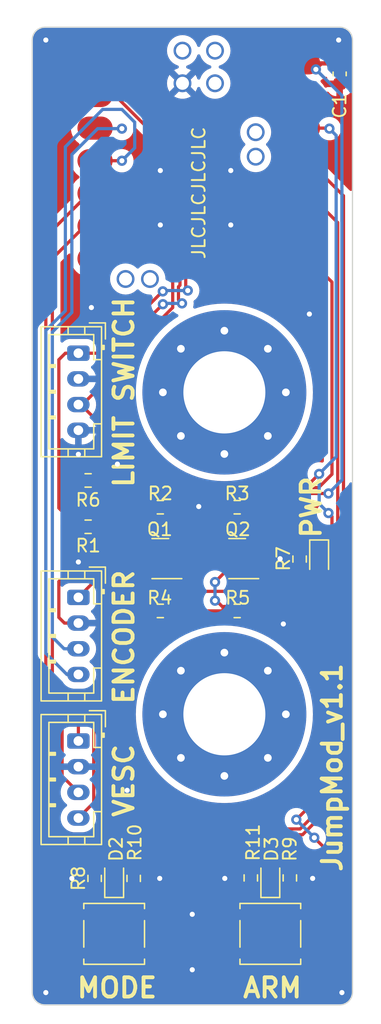
<source format=kicad_pcb>
(kicad_pcb (version 20221018) (generator pcbnew)
  (layers (0 "F.Cu" signal) (31 "B.Cu" signal) (34 "B.Paste" user) (35 "F.Paste" user) (36 "B.SilkS" user "B.Silkscreen") (37 "F.SilkS" user "F.Silkscreen") (38 "B.Mask" user) (39 "F.Mask" user) (44 "Edge.Cuts" user))
  (net 0 "")
  (net 1 "/5V")
  (net 2 "GND")
  (net 3 "/VESC_RX")
  (net 4 "/VESC_TX")
  (net 5 "/SW_BOT")
  (net 6 "/SW_TOP")
  (net 7 "/ENCODER_A")
  (net 8 "/ENCODER_B")
  (net 9 "/3V3")
  (net 10 "/XIAO_TX")
  (net 11 "/XIAO_RX")
  (net 12 "Net-(D1-K)")
  (net 13 "Net-(D2-K)")
  (net 14 "/LED1")
  (net 15 "Net-(D3-K)")
  (net 16 "/LED2")
  (net 17 "/BTTN1")
  (net 18 "/BTTN2")
  (footprint "Connector_JST:JST_PH_B4B-PH-K_1x04_P2.00mm_Vertical" (layer "F.Cu") (at 130.602 157.181 -90)
    (fp_text reference "J1" hide)
    (fp_text value "Conn_01x04_Female")
    (fp_line (start -2.36 -2.11) (end -2.36 -0.86) (stroke (width 0.12)) (layer "F.SilkS"))
    (fp_line (start -2.06 -1.81) (end -2.06 2.91) (stroke (width 0.12)) (layer "F.SilkS"))
    (fp_line (start -2.06 -0.5) (end -1.45 -0.5) (stroke (width 0.12)) (layer "F.SilkS"))
    (fp_line (start -2.06 0.8) (end -1.45 0.8) (stroke (width 0.12)) (layer "F.SilkS"))
    (fp_line (start -2.06 2.91) (end 8.06 2.91) (stroke (width 0.12)) (layer "F.SilkS"))
    (fp_line (start -1.45 -1.2) (end -1.45 2.3) (stroke (width 0.12)) (layer "F.SilkS"))
    (fp_line (start -1.45 2.3) (end 7.45 2.3) (stroke (width 0.12)) (layer "F.SilkS"))
    (fp_line (start -1.11 -2.11) (end -2.36 -2.11) (stroke (width 0.12)) (layer "F.SilkS"))
    (fp_line (start -0.6 -2.01) (end -0.6 -1.81) (stroke (width 0.12)) (layer "F.SilkS"))
    (fp_line (start -0.3 -2.01) (end -0.6 -2.01) (stroke (width 0.12)) (layer "F.SilkS"))
    (fp_line (start -0.3 -1.91) (end -0.6 -1.91) (stroke (width 0.12)) (layer "F.SilkS"))
    (fp_line (start -0.3 -1.81) (end -0.3 -2.01) (stroke (width 0.12)) (layer "F.SilkS"))
    (fp_line (start 0.5 -1.81) (end 0.5 -1.2) (stroke (width 0.12)) (layer "F.SilkS"))
    (fp_line (start 0.5 -1.2) (end -1.45 -1.2) (stroke (width 0.12)) (layer "F.SilkS"))
    (fp_line (start 0.9 1.8) (end 1.1 1.8) (stroke (width 0.12)) (layer "F.SilkS"))
    (fp_line (start 0.9 2.3) (end 0.9 1.8) (stroke (width 0.12)) (layer "F.SilkS"))
    (fp_line (start 1 2.3) (end 1 1.8) (stroke (width 0.12)) (layer "F.SilkS"))
    (fp_line (start 1.1 1.8) (end 1.1 2.3) (stroke (width 0.12)) (layer "F.SilkS"))
    (fp_line (start 2.9 1.8) (end 3.1 1.8) (stroke (width 0.12)) (layer "F.SilkS"))
    (fp_line (start 2.9 2.3) (end 2.9 1.8) (stroke (width 0.12)) (layer "F.SilkS"))
    (fp_line (start 3 2.3) (end 3 1.8) (stroke (width 0.12)) (layer "F.SilkS"))
    (fp_line (start 3.1 1.8) (end 3.1 2.3) (stroke (width 0.12)) (layer "F.SilkS"))
    (fp_line (start 4.9 1.8) (end 5.1 1.8) (stroke (width 0.12)) (layer "F.SilkS"))
    (fp_line (start 4.9 2.3) (end 4.9 1.8) (stroke (width 0.12)) (layer "F.SilkS"))
    (fp_line (start 5 2.3) (end 5 1.8) (stroke (width 0.12)) (layer "F.SilkS"))
    (fp_line (start 5.1 1.8) (end 5.1 2.3) (stroke (width 0.12)) (layer "F.SilkS"))
    (fp_line (start 5.5 -1.2) (end 5.5 -1.81) (stroke (width 0.12)) (layer "F.SilkS"))
    (fp_line (start 7.45 -1.2) (end 5.5 -1.2) (stroke (width 0.12)) (layer "F.SilkS"))
    (fp_line (start 7.45 2.3) (end 7.45 -1.2) (stroke (width 0.12)) (layer "F.SilkS"))
    (fp_line (start 8.06 -1.81) (end -2.06 -1.81) (stroke (width 0.12)) (layer "F.SilkS"))
    (fp_line (start 8.06 -0.5) (end 7.45 -0.5) (stroke (width 0.12)) (layer "F.SilkS"))
    (fp_line (start 8.06 0.8) (end 7.45 0.8) (stroke (width 0.12)) (layer "F.SilkS"))
    (fp_line (start 8.06 2.91) (end 8.06 -1.81) (stroke (width 0.12)) (layer "F.SilkS"))
    (pad "1" thru_hole roundrect (at 0 0 270) (size 1.2 1.75) (drill 0.75) (layers "*.Cu" "*.Mask") (roundrect_rratio 0.2083333333) (net 1 "/5V"))
    (pad "2" thru_hole oval (at 2 0 270) (size 1.2 1.75) (drill 0.75) (layers "*.Cu" "*.Mask") (net 2 "GND"))
    (pad "3" thru_hole oval (at 4 0 270) (size 1.2 1.75) (drill 0.75) (layers "*.Cu" "*.Mask") (net 3 "/VESC_RX"))
    (pad "4" thru_hole oval (at 6 0 270) (size 1.2 1.75) (drill 0.75) (layers "*.Cu" "*.Mask") (net 4 "/VESC_TX"))
  )
  (footprint "Resistor_SMD:R_0603_1608Metric" (layer "F.Cu") (at 144.064 167.8425 90)
    (fp_text reference "R11" (at 2.7565 0.177386 90) (layer "F.SilkS"))
    (fp_text value "1k")
    (fp_line (start -0.237258 -0.5225) (end 0.237258 -0.5225) (stroke (width 0.12)) (layer "F.SilkS"))
    (fp_line (start -0.237258 0.5225) (end 0.237258 0.5225) (stroke (width 0.12)) (layer "F.SilkS"))
    (pad "1" smd roundrect (at -0.825 0 90) (size 0.8 0.95) (layers "F.Cu" "F.Paste" "F.Mask") (net 18 "/BTTN2"))
    (pad "2" smd roundrect (at 0.825 0 90) (size 0.8 0.95) (layers "F.Cu" "F.Paste" "F.Mask") (net 2 "GND"))
  )
  (footprint "Connector_JST:JST_PH_B4B-PH-K_1x04_P2.00mm_Vertical" (layer "F.Cu") (at 130.602 146 -90)
    (fp_text reference "J3" hide)
    (fp_text value "Conn_01x04_Female")
    (fp_line (start -2.36 -2.11) (end -2.36 -0.86) (stroke (width 0.12)) (layer "F.SilkS"))
    (fp_line (start -2.06 -1.81) (end -2.06 2.91) (stroke (width 0.12)) (layer "F.SilkS"))
    (fp_line (start -2.06 -0.5) (end -1.45 -0.5) (stroke (width 0.12)) (layer "F.SilkS"))
    (fp_line (start -2.06 0.8) (end -1.45 0.8) (stroke (width 0.12)) (layer "F.SilkS"))
    (fp_line (start -2.06 2.91) (end 8.06 2.91) (stroke (width 0.12)) (layer "F.SilkS"))
    (fp_line (start -1.45 -1.2) (end -1.45 2.3) (stroke (width 0.12)) (layer "F.SilkS"))
    (fp_line (start -1.45 2.3) (end 7.45 2.3) (stroke (width 0.12)) (layer "F.SilkS"))
    (fp_line (start -1.11 -2.11) (end -2.36 -2.11) (stroke (width 0.12)) (layer "F.SilkS"))
    (fp_line (start -0.6 -2.01) (end -0.6 -1.81) (stroke (width 0.12)) (layer "F.SilkS"))
    (fp_line (start -0.3 -2.01) (end -0.6 -2.01) (stroke (width 0.12)) (layer "F.SilkS"))
    (fp_line (start -0.3 -1.91) (end -0.6 -1.91) (stroke (width 0.12)) (layer "F.SilkS"))
    (fp_line (start -0.3 -1.81) (end -0.3 -2.01) (stroke (width 0.12)) (layer "F.SilkS"))
    (fp_line (start 0.5 -1.81) (end 0.5 -1.2) (stroke (width 0.12)) (layer "F.SilkS"))
    (fp_line (start 0.5 -1.2) (end -1.45 -1.2) (stroke (width 0.12)) (layer "F.SilkS"))
    (fp_line (start 0.9 1.8) (end 1.1 1.8) (stroke (width 0.12)) (layer "F.SilkS"))
    (fp_line (start 0.9 2.3) (end 0.9 1.8) (stroke (width 0.12)) (layer "F.SilkS"))
    (fp_line (start 1 2.3) (end 1 1.8) (stroke (width 0.12)) (layer "F.SilkS"))
    (fp_line (start 1.1 1.8) (end 1.1 2.3) (stroke (width 0.12)) (layer "F.SilkS"))
    (fp_line (start 2.9 1.8) (end 3.1 1.8) (stroke (width 0.12)) (layer "F.SilkS"))
    (fp_line (start 2.9 2.3) (end 2.9 1.8) (stroke (width 0.12)) (layer "F.SilkS"))
    (fp_line (start 3 2.3) (end 3 1.8) (stroke (width 0.12)) (layer "F.SilkS"))
    (fp_line (start 3.1 1.8) (end 3.1 2.3) (stroke (width 0.12)) (layer "F.SilkS"))
    (fp_line (start 4.9 1.8) (end 5.1 1.8) (stroke (width 0.12)) (layer "F.SilkS"))
    (fp_line (start 4.9 2.3) (end 4.9 1.8) (stroke (width 0.12)) (layer "F.SilkS"))
    (fp_line (start 5 2.3) (end 5 1.8) (stroke (width 0.12)) (layer "F.SilkS"))
    (fp_line (start 5.1 1.8) (end 5.1 2.3) (stroke (width 0.12)) (layer "F.SilkS"))
    (fp_line (start 5.5 -1.2) (end 5.5 -1.81) (stroke (width 0.12)) (layer "F.SilkS"))
    (fp_line (start 7.45 -1.2) (end 5.5 -1.2) (stroke (width 0.12)) (layer "F.SilkS"))
    (fp_line (start 7.45 2.3) (end 7.45 -1.2) (stroke (width 0.12)) (layer "F.SilkS"))
    (fp_line (start 8.06 -1.81) (end -2.06 -1.81) (stroke (width 0.12)) (layer "F.SilkS"))
    (fp_line (start 8.06 -0.5) (end 7.45 -0.5) (stroke (width 0.12)) (layer "F.SilkS"))
    (fp_line (start 8.06 0.8) (end 7.45 0.8) (stroke (width 0.12)) (layer "F.SilkS"))
    (fp_line (start 8.06 2.91) (end 8.06 -1.81) (stroke (width 0.12)) (layer "F.SilkS"))
    (pad "1" thru_hole roundrect (at 0 0 270) (size 1.2 1.75) (drill 0.75) (layers "*.Cu" "*.Mask") (roundrect_rratio 0.2083333333) (net 9 "/3V3"))
    (pad "2" thru_hole oval (at 2 0 270) (size 1.2 1.75) (drill 0.75) (layers "*.Cu" "*.Mask") (net 2 "GND"))
    (pad "3" thru_hole oval (at 4 0 270) (size 1.2 1.75) (drill 0.75) (layers "*.Cu" "*.Mask") (net 7 "/ENCODER_A"))
    (pad "4" thru_hole oval (at 6 0 270) (size 1.2 1.75) (drill 0.75) (layers "*.Cu" "*.Mask") (net 8 "/ENCODER_B"))
  )
  (footprint "MountingHole:MountingHole_6.4mm_M6_Pad_Via" (layer "F.Cu") (at 142 130.034)
    (fp_text reference "H1" hide)
    (fp_text value "MountingHole")
    (pad "1" thru_hole circle (at -4.8 0) (size 0.9 0.9) (drill 0.6) (layers "*.Cu" "*.Mask"))
    (pad "1" thru_hole circle (at -3.394113 -3.394113) (size 0.9 0.9) (drill 0.6) (layers "*.Cu" "*.Mask"))
    (pad "1" thru_hole circle (at -3.394113 3.394113) (size 0.9 0.9) (drill 0.6) (layers "*.Cu" "*.Mask"))
    (pad "1" thru_hole circle (at 0 -4.8) (size 0.9 0.9) (drill 0.6) (layers "*.Cu" "*.Mask"))
    (pad "1" thru_hole circle (at 0 0) (size 12.8 12.8) (drill 6.4) (layers "*.Cu" "*.Mask"))
    (pad "1" thru_hole circle (at 0 4.8) (size 0.9 0.9) (drill 0.6) (layers "*.Cu" "*.Mask"))
    (pad "1" thru_hole circle (at 3.394113 -3.394113) (size 0.9 0.9) (drill 0.6) (layers "*.Cu" "*.Mask"))
    (pad "1" thru_hole circle (at 3.394113 3.394113) (size 0.9 0.9) (drill 0.6) (layers "*.Cu" "*.Mask"))
    (pad "1" thru_hole circle (at 4.8 0) (size 0.9 0.9) (drill 0.6) (layers "*.Cu" "*.Mask"))
  )
  (footprint "Capacitor_SMD:C_0603_1608Metric" (layer "F.Cu") (at 150.999999 105.235674 -90)
    (fp_text reference "C1" (at 2.5 0 90) (layer "F.SilkS"))
    (fp_text value "0.1uF")
    (fp_line (start -0.14058 -0.51) (end 0.14058 -0.51) (stroke (width 0.12)) (layer "F.SilkS"))
    (fp_line (start -0.14058 0.51) (end 0.14058 0.51) (stroke (width 0.12)) (layer "F.SilkS"))
    (pad "1" smd roundrect (at -0.775 0 270) (size 0.9 0.95) (layers "F.Cu" "F.Paste" "F.Mask") (net 1 "/5V"))
    (pad "2" smd roundrect (at 0.775 0 270) (size 0.9 0.95) (layers "F.Cu" "F.Paste" "F.Mask") (net 2 "GND"))
  )
  (footprint "MountingHole:MountingHole_6.4mm_M6_Pad_Via" (layer "F.Cu") (at 142 155.1)
    (fp_text reference "H2" hide)
    (fp_text value "MountingHole")
    (pad "1" thru_hole circle (at -4.8 0) (size 0.9 0.9) (drill 0.6) (layers "*.Cu" "*.Mask"))
    (pad "1" thru_hole circle (at -3.394113 -3.394113) (size 0.9 0.9) (drill 0.6) (layers "*.Cu" "*.Mask"))
    (pad "1" thru_hole circle (at -3.394113 3.394113) (size 0.9 0.9) (drill 0.6) (layers "*.Cu" "*.Mask"))
    (pad "1" thru_hole circle (at 0 -4.8) (size 0.9 0.9) (drill 0.6) (layers "*.Cu" "*.Mask"))
    (pad "1" thru_hole circle (at 0 0) (size 12.8 12.8) (drill 6.4) (layers "*.Cu" "*.Mask"))
    (pad "1" thru_hole circle (at 0 4.8) (size 0.9 0.9) (drill 0.6) (layers "*.Cu" "*.Mask"))
    (pad "1" thru_hole circle (at 3.394113 -3.394113) (size 0.9 0.9) (drill 0.6) (layers "*.Cu" "*.Mask"))
    (pad "1" thru_hole circle (at 3.394113 3.394113) (size 0.9 0.9) (drill 0.6) (layers "*.Cu" "*.Mask"))
    (pad "1" thru_hole circle (at 4.8 0) (size 0.9 0.9) (drill 0.6) (layers "*.Cu" "*.Mask"))
  )
  (footprint "LED_SMD:LED_0603_1608Metric" (layer "F.Cu") (at 145.588 167.88 90)
    (fp_text reference "D3" (at 2.286 0.089549 90) (layer "F.SilkS"))
    (fp_text value "LED")
    (fp_line (start -1.485 -0.735) (end -1.485 0.735) (stroke (width 0.12)) (layer "F.SilkS"))
    (fp_line (start -1.485 0.735) (end 0.8 0.735) (stroke (width 0.12)) (layer "F.SilkS"))
    (fp_line (start 0.8 -0.735) (end -1.485 -0.735) (stroke (width 0.12)) (layer "F.SilkS"))
    (pad "1" smd roundrect (at -0.7875 0 90) (size 0.875 0.95) (layers "F.Cu" "F.Paste" "F.Mask") (net 15 "Net-(D3-K)"))
    (pad "2" smd roundrect (at 0.7875 0 90) (size 0.875 0.95) (layers "F.Cu" "F.Paste" "F.Mask") (net 16 "/LED2"))
  )
  (footprint "Package_TO_SOT_SMD:SOT-23" (layer "F.Cu") (at 143 142.9775 180)
    (fp_text reference "Q2" (at -0.048 2.2755 180) (layer "F.SilkS"))
    (fp_text value "BSS138")
    (fp_line (start 0 -1.56) (end -1.675 -1.56) (stroke (width 0.12)) (layer "F.SilkS"))
    (fp_line (start 0 -1.56) (end 0.65 -1.56) (stroke (width 0.12)) (layer "F.SilkS"))
    (fp_line (start 0 1.56) (end -0.65 1.56) (stroke (width 0.12)) (layer "F.SilkS"))
    (fp_line (start 0 1.56) (end 0.65 1.56) (stroke (width 0.12)) (layer "F.SilkS"))
    (pad "1" smd roundrect (at -0.9375 -0.95 180) (size 1.475 0.6) (layers "F.Cu" "F.Paste" "F.Mask") (net 9 "/3V3"))
    (pad "2" smd roundrect (at -0.9375 0.95 180) (size 1.475 0.6) (layers "F.Cu" "F.Paste" "F.Mask") (net 11 "/XIAO_RX"))
    (pad "3" smd roundrect (at 0.9375 0 180) (size 1.475 0.6) (layers "F.Cu" "F.Paste" "F.Mask") (net 4 "/VESC_TX"))
  )
  (footprint "Package_TO_SOT_SMD:SOT-23" (layer "F.Cu") (at 137 142.9775 180)
    (fp_text reference "Q1" (at 0.048 2.2755 180) (layer "F.SilkS"))
    (fp_text value "BSS138")
    (fp_line (start 0 -1.56) (end -1.675 -1.56) (stroke (width 0.12)) (layer "F.SilkS"))
    (fp_line (start 0 -1.56) (end 0.65 -1.56) (stroke (width 0.12)) (layer "F.SilkS"))
    (fp_line (start 0 1.56) (end -0.65 1.56) (stroke (width 0.12)) (layer "F.SilkS"))
    (fp_line (start 0 1.56) (end 0.65 1.56) (stroke (width 0.12)) (layer "F.SilkS"))
    (pad "1" smd roundrect (at -0.9375 -0.95 180) (size 1.475 0.6) (layers "F.Cu" "F.Paste" "F.Mask") (net 9 "/3V3"))
    (pad "2" smd roundrect (at -0.9375 0.95 180) (size 1.475 0.6) (layers "F.Cu" "F.Paste" "F.Mask") (net 10 "/XIAO_TX"))
    (pad "3" smd roundrect (at 0.9375 0 180) (size 1.475 0.6) (layers "F.Cu" "F.Paste" "F.Mask") (net 3 "/VESC_RX"))
  )
  (footprint "Resistor_SMD:R_0603_1608Metric" (layer "F.Cu") (at 137 147.052 180)
    (fp_text reference "R4" (at 0.048 1.016) (layer "F.SilkS"))
    (fp_text value "10k")
    (fp_line (start -0.237258 -0.5225) (end 0.237258 -0.5225) (stroke (width 0.12)) (layer "F.SilkS"))
    (fp_line (start -0.237258 0.5225) (end 0.237258 0.5225) (stroke (width 0.12)) (layer "F.SilkS"))
    (pad "1" smd roundrect (at -0.825 0 180) (size 0.8 0.95) (layers "F.Cu" "F.Paste" "F.Mask") (net 1 "/5V"))
    (pad "2" smd roundrect (at 0.825 0 180) (size 0.8 0.95) (layers "F.Cu" "F.Paste" "F.Mask") (net 3 "/VESC_RX"))
  )
  (footprint "Resistor_SMD:R_0603_1608Metric" (layer "F.Cu") (at 131.364 136.892 180)
    (fp_text reference "R6" (at 0 -1.524 180) (layer "F.SilkS"))
    (fp_text value "1k")
    (fp_line (start -0.237258 -0.5225) (end 0.237258 -0.5225) (stroke (width 0.12)) (layer "F.SilkS"))
    (fp_line (start -0.237258 0.5225) (end 0.237258 0.5225) (stroke (width 0.12)) (layer "F.SilkS"))
    (pad "1" smd roundrect (at -0.825 0 180) (size 0.8 0.95) (layers "F.Cu" "F.Paste" "F.Mask") (net 9 "/3V3"))
    (pad "2" smd roundrect (at 0.825 0 180) (size 0.8 0.95) (layers "F.Cu" "F.Paste" "F.Mask") (net 6 "/SW_TOP"))
  )
  (footprint "Seeeduino XIAO KICAD:xiao-ble-smd" (layer "F.Cu") (at 140 112)
    (fp_text reference "U1" hide)
    (fp_text value "SeeeduinoXIAO_BLE_SENSE" hide)
    (pad "1" smd oval locked (at -8.56996 -7.62 180) (size 2.75 1.8) (drill (offset -0.475 0)) (layers "F.Cu" "F.Paste" "F.Mask") (net 5 "/SW_BOT"))
    (pad "2" smd oval locked (at -8.56996 -5.08 180) (size 2.75 1.8) (drill (offset -0.475 0)) (layers "F.Cu" "F.Paste" "F.Mask") (net 6 "/SW_TOP"))
    (pad "3" smd oval locked (at -8.56996 -2.54 180) (size 2.75 1.8) (drill (offset -0.475 0)) (layers "F.Cu" "F.Paste" "F.Mask") (net 7 "/ENCODER_A"))
    (pad "4" smd oval locked (at -8.56996 0 180) (size 2.75 1.8) (drill (offset -0.475 0)) (layers "F.Cu" "F.Paste" "F.Mask") (net 8 "/ENCODER_B"))
    (pad "5" smd oval locked (at -8.56996 2.54 180) (size 2.75 1.8) (drill (offset -0.475 0)) (layers "F.Cu" "F.Paste" "F.Mask") (net 18 "/BTTN2"))
    (pad "6" smd oval locked (at -8.56996 5.08 180) (size 2.75 1.8) (drill (offset -0.475 0)) (layers "F.Cu" "F.Paste" "F.Mask") (net 17 "/BTTN1"))
    (pad "7" smd oval locked (at -8.56996 7.62 180) (size 2.75 1.8) (drill (offset -0.475 0)) (layers "F.Cu" "F.Paste" "F.Mask") (net 10 "/XIAO_TX"))
    (pad "8" smd oval locked (at 8.56996 7.62) (size 2.75 1.8) (drill (offset -0.475 0)) (layers "F.Cu" "F.Paste" "F.Mask") (net 11 "/XIAO_RX"))
    (pad "9" smd oval locked (at 8.56996 5.08) (size 2.75 1.8) (drill (offset -0.475 0)) (layers "F.Cu" "F.Paste" "F.Mask"))
    (pad "10" smd oval locked (at 8.56996 2.54) (size 2.75 1.8) (drill (offset -0.475 0)) (layers "F.Cu" "F.Paste" "F.Mask") (net 14 "/LED1"))
    (pad "11" smd oval locked (at 8.56996 0) (size 2.75 1.8) (drill (offset -0.475 0)) (layers "F.Cu" "F.Paste" "F.Mask") (net 16 "/LED2"))
    (pad "12" smd oval locked (at 8.56996 -2.54) (size 2.75 1.8) (drill (offset -0.475 0)) (layers "F.Cu" "F.Paste" "F.Mask") (net 9 "/3V3"))
    (pad "13" smd oval locked (at 8.56996 -5.08) (size 2.75 1.8) (drill (offset -0.475 0)) (layers "F.Cu" "F.Paste" "F.Mask") (net 2 "GND"))
    (pad "14" smd oval locked (at 8.56996 -7.62) (size 2.75 1.8) (drill (offset -0.475 0)) (layers "F.Cu" "F.Paste" "F.Mask") (net 1 "/5V"))
    (pad "15" thru_hole circle locked (at -1.27 -8.572 90) (size 1.397 1.397) (drill 1.016) (layers "*.Cu" "*.Mask"))
    (pad "16" thru_hole circle locked (at 1.27 -8.572 90) (size 1.397 1.397) (drill 1.016) (layers "*.Cu" "*.Mask"))
    (pad "17" thru_hole circle locked (at -1.27 -6.032 90) (size 1.397 1.397) (drill 1.016) (layers "*.Cu" "*.Mask") (net 2 "GND"))
    (pad "18" thru_hole circle locked (at 1.27 -6.032 90) (size 1.397 1.397) (drill 1.016) (layers "*.Cu" "*.Mask"))
    (pad "19" thru_hole circle locked (at 4.445 -0.317 180) (size 1.397 1.397) (drill 1.016) (layers "*.Cu" "*.Mask"))
    (pad "20" thru_hole circle locked (at 4.445 -2.222 180) (size 1.397 1.397) (drill 1.016) (layers "*.Cu" "*.Mask"))
    (pad "21" thru_hole circle locked (at -3.81 9.208 180) (size 1.397 1.397) (drill 1.016) (layers "*.Cu" "*.Mask"))
    (pad "22" thru_hole circle locked (at -5.715 9.208 180) (size 1.397 1.397) (drill 1.016) (layers "*.Cu" "*.Mask"))
  )
  (footprint "Connector_JST:JST_PH_B4B-PH-K_1x04_P2.00mm_Vertical" (layer "F.Cu") (at 130.602 126.986 -90)
    (fp_text reference "J2" hide)
    (fp_text value "Conn_01x04_Female")
    (fp_line (start -2.36 -2.11) (end -2.36 -0.86) (stroke (width 0.12)) (layer "F.SilkS"))
    (fp_line (start -2.06 -1.81) (end -2.06 2.91) (stroke (width 0.12)) (layer "F.SilkS"))
    (fp_line (start -2.06 -0.5) (end -1.45 -0.5) (stroke (width 0.12)) (layer "F.SilkS"))
    (fp_line (start -2.06 0.8) (end -1.45 0.8) (stroke (width 0.12)) (layer "F.SilkS"))
    (fp_line (start -2.06 2.91) (end 8.06 2.91) (stroke (width 0.12)) (layer "F.SilkS"))
    (fp_line (start -1.45 -1.2) (end -1.45 2.3) (stroke (width 0.12)) (layer "F.SilkS"))
    (fp_line (start -1.45 2.3) (end 7.45 2.3) (stroke (width 0.12)) (layer "F.SilkS"))
    (fp_line (start -1.11 -2.11) (end -2.36 -2.11) (stroke (width 0.12)) (layer "F.SilkS"))
    (fp_line (start -0.6 -2.01) (end -0.6 -1.81) (stroke (width 0.12)) (layer "F.SilkS"))
    (fp_line (start -0.3 -2.01) (end -0.6 -2.01) (stroke (width 0.12)) (layer "F.SilkS"))
    (fp_line (start -0.3 -1.91) (end -0.6 -1.91) (stroke (width 0.12)) (layer "F.SilkS"))
    (fp_line (start -0.3 -1.81) (end -0.3 -2.01) (stroke (width 0.12)) (layer "F.SilkS"))
    (fp_line (start 0.5 -1.81) (end 0.5 -1.2) (stroke (width 0.12)) (layer "F.SilkS"))
    (fp_line (start 0.5 -1.2) (end -1.45 -1.2) (stroke (width 0.12)) (layer "F.SilkS"))
    (fp_line (start 0.9 1.8) (end 1.1 1.8) (stroke (width 0.12)) (layer "F.SilkS"))
    (fp_line (start 0.9 2.3) (end 0.9 1.8) (stroke (width 0.12)) (layer "F.SilkS"))
    (fp_line (start 1 2.3) (end 1 1.8) (stroke (width 0.12)) (layer "F.SilkS"))
    (fp_line (start 1.1 1.8) (end 1.1 2.3) (stroke (width 0.12)) (layer "F.SilkS"))
    (fp_line (start 2.9 1.8) (end 3.1 1.8) (stroke (width 0.12)) (layer "F.SilkS"))
    (fp_line (start 2.9 2.3) (end 2.9 1.8) (stroke (width 0.12)) (layer "F.SilkS"))
    (fp_line (start 3 2.3) (end 3 1.8) (stroke (width 0.12)) (layer "F.SilkS"))
    (fp_line (start 3.1 1.8) (end 3.1 2.3) (stroke (width 0.12)) (layer "F.SilkS"))
    (fp_line (start 4.9 1.8) (end 5.1 1.8) (stroke (width 0.12)) (layer "F.SilkS"))
    (fp_line (start 4.9 2.3) (end 4.9 1.8) (stroke (width 0.12)) (layer "F.SilkS"))
    (fp_line (start 5 2.3) (end 5 1.8) (stroke (width 0.12)) (layer "F.SilkS"))
    (fp_line (start 5.1 1.8) (end 5.1 2.3) (stroke (width 0.12)) (layer "F.SilkS"))
    (fp_line (start 5.5 -1.2) (end 5.5 -1.81) (stroke (width 0.12)) (layer "F.SilkS"))
    (fp_line (start 7.45 -1.2) (end 5.5 -1.2) (stroke (width 0.12)) (layer "F.SilkS"))
    (fp_line (start 7.45 2.3) (end 7.45 -1.2) (stroke (width 0.12)) (layer "F.SilkS"))
    (fp_line (start 8.06 -1.81) (end -2.06 -1.81) (stroke (width 0.12)) (layer "F.SilkS"))
    (fp_line (start 8.06 -0.5) (end 7.45 -0.5) (stroke (width 0.12)) (layer "F.SilkS"))
    (fp_line (start 8.06 0.8) (end 7.45 0.8) (stroke (width 0.12)) (layer "F.SilkS"))
    (fp_line (start 8.06 2.91) (end 8.06 -1.81) (stroke (width 0.12)) (layer "F.SilkS"))
    (pad "1" thru_hole roundrect (at 0 0 270) (size 1.2 1.75) (drill 0.75) (layers "*.Cu" "*.Mask") (roundrect_rratio 0.2083333333) (net 5 "/SW_BOT"))
    (pad "2" thru_hole oval (at 2 0 270) (size 1.2 1.75) (drill 0.75) (layers "*.Cu" "*.Mask") (net 2 "GND"))
    (pad "3" thru_hole oval (at 4 0 270) (size 1.2 1.75) (drill 0.75) (layers "*.Cu" "*.Mask") (net 6 "/SW_TOP"))
    (pad "4" thru_hole oval (at 6 0 270) (size 1.2 1.75) (drill 0.75) (layers "*.Cu" "*.Mask") (net 2 "GND"))
  )
  (footprint "Resistor_SMD:R_0603_1608Metric" (layer "F.Cu") (at 143 147.052 180)
    (fp_text reference "R5" (at -0.048 1.016 180) (layer "F.SilkS"))
    (fp_text value "10k")
    (fp_line (start -0.237258 -0.5225) (end 0.237258 -0.5225) (stroke (width 0.12)) (layer "F.SilkS"))
    (fp_line (start -0.237258 0.5225) (end 0.237258 0.5225) (stroke (width 0.12)) (layer "F.SilkS"))
    (pad "1" smd roundrect (at -0.825 0 180) (size 0.8 0.95) (layers "F.Cu" "F.Paste" "F.Mask") (net 1 "/5V"))
    (pad "2" smd roundrect (at 0.825 0 180) (size 0.8 0.95) (layers "F.Cu" "F.Paste" "F.Mask") (net 4 "/VESC_TX"))
  )
  (footprint "Resistor_SMD:R_0603_1608Metric" (layer "F.Cu") (at 137 138.9775)
    (fp_text reference "R2" (at 0 -1.0695 180) (layer "F.SilkS"))
    (fp_text value "10k")
    (fp_line (start -0.237258 -0.5225) (end 0.237258 -0.5225) (stroke (width 0.12)) (layer "F.SilkS"))
    (fp_line (start -0.237258 0.5225) (end 0.237258 0.5225) (stroke (width 0.12)) (layer "F.SilkS"))
    (pad "1" smd roundrect (at -0.825 0) (size 0.8 0.95) (layers "F.Cu" "F.Paste" "F.Mask") (net 9 "/3V3"))
    (pad "2" smd roundrect (at 0.825 0) (size 0.8 0.95) (layers "F.Cu" "F.Paste" "F.Mask") (net 10 "/XIAO_TX"))
  )
  (footprint "Resistor_SMD:R_0603_1608Metric" (layer "F.Cu") (at 147.112 167.8425 90)
    (fp_text reference "R9" (at 2.2485 0 90) (layer "F.SilkS"))
    (fp_text value "1k")
    (fp_line (start -0.237258 -0.5225) (end 0.237258 -0.5225) (stroke (width 0.12)) (layer "F.SilkS"))
    (fp_line (start -0.237258 0.5225) (end 0.237258 0.5225) (stroke (width 0.12)) (layer "F.SilkS"))
    (pad "1" smd roundrect (at -0.825 0 90) (size 0.8 0.95) (layers "F.Cu" "F.Paste" "F.Mask") (net 15 "Net-(D3-K)"))
    (pad "2" smd roundrect (at 0.825 0 90) (size 0.8 0.95) (layers "F.Cu" "F.Paste" "F.Mask") (net 2 "GND"))
  )
  (footprint "Resistor_SMD:R_0603_1608Metric" (layer "F.Cu") (at 147.874 143.0135 -90)
    (fp_text reference "R7" (at -0.0255 1.27 90) (layer "F.SilkS"))
    (fp_text value "1k")
    (fp_line (start -0.237258 -0.5225) (end 0.237258 -0.5225) (stroke (width 0.12)) (layer "F.SilkS"))
    (fp_line (start -0.237258 0.5225) (end 0.237258 0.5225) (stroke (width 0.12)) (layer "F.SilkS"))
    (pad "1" smd roundrect (at -0.825 0 270) (size 0.8 0.95) (layers "F.Cu" "F.Paste" "F.Mask") (net 12 "Net-(D1-K)"))
    (pad "2" smd roundrect (at 0.825 0 270) (size 0.8 0.95) (layers "F.Cu" "F.Paste" "F.Mask") (net 2 "GND"))
  )
  (footprint "LED_SMD:LED_0603_1608Metric" (layer "F.Cu") (at 149.398 143.0135 -90)
    (fp_text reference "D1" hide)
    (fp_text value "LED")
    (fp_line (start -1.485 -0.735) (end -1.485 0.735) (stroke (width 0.12)) (layer "F.SilkS"))
    (fp_line (start -1.485 0.735) (end 0.8 0.735) (stroke (width 0.12)) (layer "F.SilkS"))
    (fp_line (start 0.8 -0.735) (end -1.485 -0.735) (stroke (width 0.12)) (layer "F.SilkS"))
    (pad "1" smd roundrect (at -0.7875 0 270) (size 0.875 0.95) (layers "F.Cu" "F.Paste" "F.Mask") (net 12 "Net-(D1-K)"))
    (pad "2" smd roundrect (at 0.7875 0 270) (size 0.875 0.95) (layers "F.Cu" "F.Paste" "F.Mask") (net 1 "/5V"))
  )
  (footprint "Resistor_SMD:R_0603_1608Metric" (layer "F.Cu") (at 131.872 167.88 90)
    (fp_text reference "R8" (at 0 -1.27 90) (layer "F.SilkS"))
    (fp_text value "1k")
    (fp_line (start -0.237258 -0.5225) (end 0.237258 -0.5225) (stroke (width 0.12)) (layer "F.SilkS"))
    (fp_line (start -0.237258 0.5225) (end 0.237258 0.5225) (stroke (width 0.12)) (layer "F.SilkS"))
    (pad "1" smd roundrect (at -0.825 0 90) (size 0.8 0.95) (layers "F.Cu" "F.Paste" "F.Mask") (net 13 "Net-(D2-K)"))
    (pad "2" smd roundrect (at 0.825 0 90) (size 0.8 0.95) (layers "F.Cu" "F.Paste" "F.Mask") (net 2 "GND"))
  )
  (footprint "Button_Switch_SMD:SW_SPST_TL3305B" (layer "F.Cu") (at 145.588 172.198)
    (fp_text reference "SW2" hide)
    (fp_text value "SW_Push")
    (fp_line (start -2.37 -2.37) (end -2.37 -1.97) (stroke (width 0.12)) (layer "F.SilkS"))
    (fp_line (start -2.37 -2.37) (end 2.37 -2.37) (stroke (width 0.12)) (layer "F.SilkS"))
    (fp_line (start -2.37 1.03) (end -2.37 -1.03) (stroke (width 0.12)) (layer "F.SilkS"))
    (fp_line (start -2.37 2.37) (end -2.37 1.97) (stroke (width 0.12)) (layer "F.SilkS"))
    (fp_line (start -2.37 2.37) (end 2.37 2.37) (stroke (width 0.12)) (layer "F.SilkS"))
    (fp_line (start 2.37 -2.37) (end 2.37 -1.97) (stroke (width 0.12)) (layer "F.SilkS"))
    (fp_line (start 2.37 1.03) (end 2.37 -1.03) (stroke (width 0.12)) (layer "F.SilkS"))
    (fp_line (start 2.37 2.37) (end 2.37 1.97) (stroke (width 0.12)) (layer "F.SilkS"))
    (pad "1" smd rect (at -3.6 -1.5) (size 1.6 1.4) (layers "F.Cu" "F.Paste" "F.Mask") (net 18 "/BTTN2"))
    (pad "1" smd rect (at 3.6 -1.5) (size 1.6 1.4) (layers "F.Cu" "F.Paste" "F.Mask") (net 18 "/BTTN2"))
    (pad "2" smd rect (at -3.6 1.5) (size 1.6 1.4) (layers "F.Cu" "F.Paste" "F.Mask") (net 9 "/3V3"))
    (pad "2" smd rect (at 3.6 1.5) (size 1.6 1.4) (layers "F.Cu" "F.Paste" "F.Mask") (net 9 "/3V3"))
  )
  (footprint "Resistor_SMD:R_0603_1608Metric" (layer "F.Cu") (at 143 138.9775)
    (fp_text reference "R3" (at 0 -1.0695 180) (layer "F.SilkS"))
    (fp_text value "10k")
    (fp_line (start -0.237258 -0.5225) (end 0.237258 -0.5225) (stroke (width 0.12)) (layer "F.SilkS"))
    (fp_line (start -0.237258 0.5225) (end 0.237258 0.5225) (stroke (width 0.12)) (layer "F.SilkS"))
    (pad "1" smd roundrect (at -0.825 0) (size 0.8 0.95) (layers "F.Cu" "F.Paste" "F.Mask") (net 9 "/3V3"))
    (pad "2" smd roundrect (at 0.825 0) (size 0.8 0.95) (layers "F.Cu" "F.Paste" "F.Mask") (net 11 "/XIAO_RX"))
  )
  (footprint "LED_SMD:LED_0603_1608Metric" (layer "F.Cu") (at 133.396 167.88 90)
    (fp_text reference "D2" (at 2.286 0.148802 90) (layer "F.SilkS"))
    (fp_text value "LED")
    (fp_line (start -1.485 -0.735) (end -1.485 0.735) (stroke (width 0.12)) (layer "F.SilkS"))
    (fp_line (start -1.485 0.735) (end 0.8 0.735) (stroke (width 0.12)) (layer "F.SilkS"))
    (fp_line (start 0.8 -0.735) (end -1.485 -0.735) (stroke (width 0.12)) (layer "F.SilkS"))
    (pad "1" smd roundrect (at -0.7875 0 90) (size 0.875 0.95) (layers "F.Cu" "F.Paste" "F.Mask") (net 13 "Net-(D2-K)"))
    (pad "2" smd roundrect (at 0.7875 0 90) (size 0.875 0.95) (layers "F.Cu" "F.Paste" "F.Mask") (net 14 "/LED1"))
  )
  (footprint "Resistor_SMD:R_0603_1608Metric" (layer "F.Cu") (at 131.364 140.5 180)
    (fp_text reference "R1" (at 0 -1.472 180) (layer "F.SilkS"))
    (fp_text value "1k")
    (fp_line (start -0.237258 -0.5225) (end 0.237258 -0.5225) (stroke (width 0.12)) (layer "F.SilkS"))
    (fp_line (start -0.237258 0.5225) (end 0.237258 0.5225) (stroke (width 0.12)) (layer "F.SilkS"))
    (pad "1" smd roundrect (at -0.825 0 180) (size 0.8 0.95) (layers "F.Cu" "F.Paste" "F.Mask") (net 9 "/3V3"))
    (pad "2" smd roundrect (at 0.825 0 180) (size 0.8 0.95) (layers "F.Cu" "F.Paste" "F.Mask") (net 5 "/SW_BOT"))
  )
  (footprint "Resistor_SMD:R_0603_1608Metric" (layer "F.Cu") (at 134.92 167.88 90)
    (fp_text reference "R10" (at 2.794 0.085306 90) (layer "F.SilkS"))
    (fp_text value "1k")
    (fp_line (start -0.237258 -0.5225) (end 0.237258 -0.5225) (stroke (width 0.12)) (layer "F.SilkS"))
    (fp_line (start -0.237258 0.5225) (end 0.237258 0.5225) (stroke (width 0.12)) (layer "F.SilkS"))
    (pad "1" smd roundrect (at -0.825 0 90) (size 0.8 0.95) (layers "F.Cu" "F.Paste" "F.Mask") (net 17 "/BTTN1"))
    (pad "2" smd roundrect (at 0.825 0 90) (size 0.8 0.95) (layers "F.Cu" "F.Paste" "F.Mask") (net 2 "GND"))
  )
  (footprint "Button_Switch_SMD:SW_SPST_TL3305B" (layer "F.Cu") (at 133.396 172.198)
    (fp_text reference "SW1" hide)
    (fp_text value "SW_Push")
    (fp_line (start -2.37 -2.37) (end -2.37 -1.97) (stroke (width 0.12)) (layer "F.SilkS"))
    (fp_line (start -2.37 -2.37) (end 2.37 -2.37) (stroke (width 0.12)) (layer "F.SilkS"))
    (fp_line (start -2.37 1.03) (end -2.37 -1.03) (stroke (width 0.12)) (layer "F.SilkS"))
    (fp_line (start -2.37 2.37) (end -2.37 1.97) (stroke (width 0.12)) (layer "F.SilkS"))
    (fp_line (start -2.37 2.37) (end 2.37 2.37) (stroke (width 0.12)) (layer "F.SilkS"))
    (fp_line (start 2.37 -2.37) (end 2.37 -1.97) (stroke (width 0.12)) (layer "F.SilkS"))
    (fp_line (start 2.37 1.03) (end 2.37 -1.03) (stroke (width 0.12)) (layer "F.SilkS"))
    (fp_line (start 2.37 2.37) (end 2.37 1.97) (stroke (width 0.12)) (layer "F.SilkS"))
    (pad "1" smd rect (at -3.6 -1.5) (size 1.6 1.4) (layers "F.Cu" "F.Paste" "F.Mask") (net 17 "/BTTN1"))
    (pad "1" smd rect (at 3.6 -1.5) (size 1.6 1.4) (layers "F.Cu" "F.Paste" "F.Mask") (net 17 "/BTTN1"))
    (pad "2" smd rect (at -3.6 1.5) (size 1.6 1.4) (layers "F.Cu" "F.Paste" "F.Mask") (net 9 "/3V3"))
    (pad "2" smd rect (at 3.6 1.5) (size 1.6 1.4) (layers "F.Cu" "F.Paste" "F.Mask") (net 9 "/3V3"))
  )
  (gr_line (start 127 176.732) (end 127 102.6) (stroke (width 0.1)) (layer "Edge.Cuts"))
  (gr_arc (start 127 102.6) (mid 127.292893 101.892893) (end 128 101.6) (stroke (width 0.1)) (layer "Edge.Cuts"))
  (gr_arc (start 128 177.732) (mid 127.292893 177.439107) (end 127 176.732) (stroke (width 0.1)) (layer "Edge.Cuts"))
  (gr_arc (start 151 101.6) (mid 151.707107 101.892893) (end 152 102.6) (stroke (width 0.1)) (layer "Edge.Cuts"))
  (gr_line (start 128 101.6) (end 151 101.6) (stroke (width 0.1)) (layer "Edge.Cuts"))
  (gr_line (start 151 177.732) (end 128 177.732) (stroke (width 0.1)) (layer "Edge.Cuts"))
  (gr_arc (start 152 176.732) (mid 151.707107 177.439107) (end 151 177.732) (stroke (width 0.1)) (layer "Edge.Cuts"))
  (gr_line (start 152 102.6) (end 152 176.732) (stroke (width 0.1)) (layer "Edge.Cuts"))
  (gr_text "ENCODER" (at 134.158 149.084 90) (layer "F.SilkS") (effects (font (size 1.5 1.5) (thickness 0.3) bold)))
  (gr_text "JumpMod_v1.1" (at 150.414 159.244 90) (layer "F.SilkS") (effects (font (size 1.5 1.5) (thickness 0.3) bold)))
  (gr_text "JLCJLCJLCJLC" (at 140 114.5 90) (layer "F.SilkS") (effects (font (size 1 1))))
  (gr_text "ARM" (at 143.302 177.278) (layer "F.SilkS") (effects (font (size 1.5 1.5) (thickness 0.3) bold) (justify left bottom)))
  (gr_text "PWR" (at 149.652 141.5285 90) (layer "F.SilkS") (effects (font (size 1.5 1.5) (thickness 0.3) bold) (justify left bottom)))
  (gr_text "LIMIT SWITCH" (at 134.158 130.034 90) (layer "F.SilkS") (effects (font (size 1.5 1.5) (thickness 0.3) bold)))
  (gr_text "VESC" (at 134.158 160.26 90) (layer "F.SilkS") (effects (font (size 1.5 1.5) (thickness 0.3) bold)))
  (gr_text "MODE" (at 130.348 177.278) (layer "F.SilkS") (effects (font (size 1.5 1.5) (thickness 0.3) bold) (justify left bottom)))
  (segment (start 149.571326 104.460674) (end 150.999999 104.460674) (width 0.25) (layer "F.Cu") (net 1))
  (segment (start 149.398 145.02) (end 149.398 143.801) (width 0.25) (layer "F.Cu") (net 1))
  (segment (start 143.0555 145.528) (end 139.349 145.528) (width 0.25) (layer "F.Cu") (net 1))
  (segment (start 150.919325 104.38) (end 150.999999 104.460674) (width 0.25) (layer "F.Cu") (net 1))
  (segment (start 145.08 145.797) (end 148.621 145.797) (width 0.25) (layer "F.Cu") (net 1))
  (segment (start 145.08 145.797) (end 143.825 147.052) (width 0.25) (layer "F.Cu") (net 1))
  (segment (start 148.56996 104.38) (end 150.919325 104.38) (width 0.25) (layer "F.Cu") (net 1))
  (segment (start 146.35 137.908) (end 145.08 139.178) (width 0.25) (layer "F.Cu") (net 1))
  (segment (start 130.602 155.054396) (end 130.602 157.181) (width 0.25) (layer "F.Cu") (net 1))
  (segment (start 148.621 145.797) (end 149.398 145.02) (width 0.25) (layer "F.Cu") (net 1))
  (segment (start 143.825 146.2975) (end 143.0555 145.528) (width 0.25) (layer "F.Cu") (net 1))
  (segment (start 139.349 145.528) (end 137.825 147.052) (width 0.25) (layer "F.Cu") (net 1))
  (segment (start 150.1255 137.908) (end 146.35 137.908) (width 0.25) (layer "F.Cu") (net 1))
  (segment (start 143.825 147.052) (end 143.825 146.2975) (width 0.25) (layer "F.Cu") (net 1))
  (segment (start 137.825 147.052) (end 137.825 147.831396) (width 0.25) (layer "F.Cu") (net 1))
  (segment (start 137.825 147.831396) (end 130.602 155.054396) (width 0.25) (layer "F.Cu") (net 1))
  (segment (start 145.08 139.178) (end 145.08 145.797) (width 0.25) (layer "F.Cu") (net 1))
  (segment (start 149.144 104.888) (end 149.571326 104.460674) (width 0.25) (layer "F.Cu") (net 1))
  (via (at 150.1255 137.908) (size 0.8) (drill 0.4) (layers "F.Cu" "B.Cu") (net 1))
  (via (at 149.144 104.888) (size 0.8) (drill 0.4) (layers "F.Cu" "B.Cu") (net 1))
  (segment (start 149.144 104.888) (end 151.176 106.92) (width 0.25) (layer "B.Cu") (net 1))
  (segment (start 151.176 136.8575) (end 150.1255 137.908) (width 0.25) (layer "B.Cu") (net 1))
  (segment (start 151.176 106.92) (end 151.176 136.8575) (width 0.25) (layer "B.Cu") (net 1))
  (segment (start 129.518 148) (end 129.078 147.56) (width 0.25) (layer "F.Cu") (net 2))
  (segment (start 129.078 147.56) (end 129.078 144.766) (width 0.25) (layer "F.Cu") (net 2))
  (segment (start 129.078 144.766) (end 130.602 143.242) (width 0.25) (layer "F.Cu") (net 2))
  (segment (start 130.602 148) (end 129.518 148) (width 0.25) (layer "F.Cu") (net 2))
  (via (at 146.35 142.988) (size 0.8) (drill 0.4) (layers "F.Cu" "B.Cu") (net 2))
  (via (at 128.062 102.602) (size 0.8) (drill 0.4) (layers "F.Cu" "B.Cu") (net 2))
  (via (at 142.5 112.762) (size 0.8) (drill 0.4) (layers "F.Cu" "B.Cu") (net 2))
  (via (at 130.094 167.88) (size 0.8) (drill 0.4) (layers "F.Cu" "B.Cu") (net 2))
  (via (at 136.952 167.88) (size 0.8) (drill 0.4) (layers "F.Cu" "B.Cu") (net 2))
  (via (at 148.636 123.938) (size 0.8) (drill 0.4) (layers "F.Cu" "B.Cu") (net 2))
  (via (at 137 112.762) (size 0.8) (drill 0.4) (layers "F.Cu" "B.Cu") (net 2))
  (via (at 131.618 123.43) (size 0.8) (drill 0.4) (layers "F.Cu" "B.Cu") (net 2))
  (via (at 150.922 102.602) (size 0.8) (drill 0.4) (layers "F.Cu" "B.Cu") (net 2))
  (via (at 130.602 143.242) (size 0.8) (drill 0.4) (layers "F.Cu" "B.Cu") (net 2))
  (via (at 151.176 176.77) (size 0.8) (drill 0.4) (layers "F.Cu" "B.Cu") (net 2))
  (via (at 146.604 148.068) (size 0.8) (drill 0.4) (layers "F.Cu" "B.Cu") (net 2))
  (via (at 139.492 174.992) (size 0.8) (drill 0.4) (layers "F.Cu" "B.Cu") (net 2))
  (via (at 140 138.924) (size 0.8) (drill 0.4) (layers "F.Cu" "B.Cu") (net 2))
  (via (at 130.602 134.86) (size 0.8) (drill 0.4) (layers "F.Cu" "B.Cu") (net 2))
  (via (at 142.032 167.88) (size 0.8) (drill 0.4) (layers "F.Cu" "B.Cu") (net 2))
  (via (at 128.062 176.77) (size 0.8) (drill 0.4) (layers "F.Cu" "B.Cu") (net 2))
  (via (at 137 117) (size 0.8) (drill 0.4) (layers "F.Cu" "B.Cu") (net 2))
  (via (at 142.5 117) (size 0.8) (drill 0.4) (layers "F.Cu" "B.Cu") (net 2))
  (via (at 134.412 161.022) (size 0.8) (drill 0.4) (layers "F.Cu" "B.Cu") (net 2))
  (via (at 148.89 167.88) (size 0.8) (drill 0.4) (layers "F.Cu" "B.Cu") (net 2))
  (via (at 139.492 170.674) (size 0.8) (drill 0.4) (layers "F.Cu" "B.Cu") (net 2))
  (via (at 133.65 135.622) (size 0.8) (drill 0.4) (layers "F.Cu" "B.Cu") (net 2))
  (segment (start 136.0625 142.9775) (end 136.0625 146.9395) (width 0.25) (layer "F.Cu") (net 3))
  (segment (start 136.0625 146.9395) (end 136.175 147.052) (width 0.25) (layer "F.Cu") (net 3))
  (segment (start 129.332 159.911) (end 130.602 161.181) (width 0.25) (layer "F.Cu") (net 3))
  (segment (start 136.175 148.845) (end 129.332 155.688) (width 0.25) (layer "F.Cu") (net 3))
  (segment (start 136.175 147.052) (end 136.175 148.845) (width 0.25) (layer "F.Cu") (net 3))
  (segment (start 129.332 155.688) (end 129.332 159.911) (width 0.25) (layer "F.Cu") (net 3))
  (segment (start 139.238 147.052) (end 138.275 148.015) (width 0.25) (layer "F.Cu") (net 4))
  (segment (start 131.802 154.490792) (end 131.802 161.981) (width 0.25) (layer "F.Cu") (net 4))
  (segment (start 141.3755 146.2525) (end 142.175 147.052) (width 0.25) (layer "F.Cu") (net 4))
  (segment (start 142.0625 144.011) (end 141.27 144.8035) (width 0.25) (layer "F.Cu") (net 4))
  (segment (start 142.175 147.052) (end 139.238 147.052) (width 0.25) (layer "F.Cu") (net 4))
  (segment (start 138.275 148.017792) (end 131.802 154.490792) (width 0.25) (layer "F.Cu") (net 4))
  (segment (start 131.802 161.981) (end 130.602 163.181) (width 0.25) (layer "F.Cu") (net 4))
  (segment (start 138.275 148.015) (end 138.275 148.017792) (width 0.25) (layer "F.Cu") (net 4))
  (segment (start 142.0625 142.9775) (end 142.0625 144.011) (width 0.25) (layer "F.Cu") (net 4))
  (segment (start 141.27 146.2525) (end 141.3755 146.2525) (width 0.25) (layer "F.Cu") (net 4))
  (via (at 141.27 144.8035) (size 0.8) (drill 0.4) (layers "F.Cu" "B.Cu") (net 4))
  (via (at 141.27 146.2525) (size 0.8) (drill 0.4) (layers "F.Cu" "B.Cu") (net 4))
  (segment (start 141.27 144.8035) (end 141.27 146.2525) (width 0.25) (layer "B.Cu") (net 4))
  (segment (start 137.175863 122.172234) (end 132.362097 126.986) (width 0.25) (layer "F.Cu") (net 5))
  (segment (start 139.1425 122.107275) (end 138.984 121.948775) (width 0.25) (layer "F.Cu") (net 5))
  (segment (start 137.193353 122.172234) (end 137.175863 122.172234) (width 0.25) (layer "F.Cu") (net 5))
  (segment (start 138.984 121.948775) (end 138.984 111.791548) (width 0.25) (layer "F.Cu") (net 5))
  (segment (start 129.586 126.986) (end 130.602 126.986) (width 0.25) (layer "F.Cu") (net 5))
  (segment (start 132.362097 126.986) (end 130.602 126.986) (width 0.25) (layer "F.Cu") (net 5))
  (segment (start 129.078 127.494) (end 129.586 126.986) (width 0.25) (layer "F.Cu") (net 5))
  (segment (start 138.984 111.791548) (end 131.572452 104.38) (width 0.25) (layer "F.Cu") (net 5))
  (segment (start 129.078 139.039) (end 129.078 127.494) (width 0.25) (layer "F.Cu") (net 5))
  (segment (start 130.539 140.5) (end 129.078 139.039) (width 0.25) (layer "F.Cu") (net 5))
  (segment (start 131.572452 104.38) (end 131.43004 104.38) (width 0.25) (layer "F.Cu") (net 5))
  (via (at 137.193353 122.172234) (size 0.8) (drill 0.4) (layers "F.Cu" "B.Cu") (net 5))
  (via (at 139.1425 122.107275) (size 0.8) (drill 0.4) (layers "F.Cu" "B.Cu") (net 5))
  (segment (start 137.193353 122.172234) (end 137.258312 122.107275) (width 0.25) (layer "B.Cu") (net 5))
  (segment (start 137.258312 122.107275) (end 139.1425 122.107275) (width 0.25) (layer "B.Cu") (net 5))
  (segment (start 133.476056 106.92) (end 131.43004 106.92) (width 0.25) (layer "F.Cu") (net 6))
  (segment (start 132.38 135.114) (end 132.38 132.574) (width 0.25) (layer "F.Cu") (net 6))
  (segment (start 138.534 121.69047) (end 138.534 111.977944) (width 0.25) (layer "F.Cu") (net 6))
  (segment (start 132.38 129.526) (end 130.92 130.986) (width 0.25) (layer "F.Cu") (net 6))
  (segment (start 130.92 130.986) (end 130.602 130.986) (width 0.25) (layer "F.Cu") (net 6))
  (segment (start 130.792 130.986) (end 130.602 130.986) (width 0.25) (layer "F.Cu") (net 6))
  (segment (start 130.602 136.892) (end 132.38 135.114) (width 0.25) (layer "F.Cu") (net 6))
  (segment (start 138.4175 122.830994) (end 138.4175 121.80697) (width 0.25) (layer "F.Cu") (net 6))
  (segment (start 132.38 132.574) (end 130.792 130.986) (width 0.25) (layer "F.Cu") (net 6))
  (segment (start 138.534 111.977944) (end 133.476056 106.92) (width 0.25) (layer "F.Cu") (net 6))
  (segment (start 138.4175 121.80697) (end 138.534 121.69047) (width 0.25) (layer "F.Cu") (net 6))
  (segment (start 130.539 136.892) (end 130.602 136.892) (width 0.25) (layer "F.Cu") (net 6))
  (segment (start 137.201701 123.171701) (end 132.38 127.993402) (width 0.25) (layer "F.Cu") (net 6))
  (segment (start 132.38 127.993402) (end 132.38 129.526) (width 0.25) (layer "F.Cu") (net 6))
  (segment (start 138.6925 123.105994) (end 138.4175 122.830994) (width 0.25) (layer "F.Cu") (net 6))
  (via (at 137.201701 123.171701) (size 0.8) (drill 0.4) (layers "F.Cu" "B.Cu") (net 6))
  (via (at 138.6925 123.105994) (size 0.8) (drill 0.4) (layers "F.Cu" "B.Cu") (net 6))
  (segment (start 137.267408 123.105994) (end 137.201701 123.171701) (width 0.25) (layer "B.Cu") (net 6))
  (segment (start 138.6925 123.105994) (end 137.267408 123.105994) (width 0.25) (layer "B.Cu") (net 6))
  (segment (start 134 109.5) (end 131.47004 109.5) (width 0.25) (layer "F.Cu") (net 7))
  (segment (start 131.47004 109.5) (end 131.43004 109.46) (width 0.25) (layer "F.Cu") (net 7))
  (via (at 134 109.5) (size 0.8) (drill 0.4) (layers "F.Cu" "B.Cu") (net 7))
  (segment (start 128.57 125.336396) (end 130.094 123.812396) (width 0.25) (layer "B.Cu") (net 7))
  (segment (start 130.602 150) (end 129.486 150) (width 0.25) (layer "B.Cu") (net 7))
  (segment (start 132.11 109.5) (end 134 109.5) (width 0.25) (layer "B.Cu") (net 7))
  (segment (start 130.094 111.516) (end 132.11 109.5) (width 0.25) (layer "B.Cu") (net 7))
  (segment (start 128.57 149.084) (end 128.57 125.336396) (width 0.25) (layer "B.Cu") (net 7))
  (segment (start 130.094 123.812396) (end 130.094 111.516) (width 0.25) (layer "B.Cu") (net 7))
  (segment (start 129.486 150) (end 128.57 149.084) (width 0.25) (layer "B.Cu") (net 7))
  (segment (start 134 112) (end 131.43004 112) (width 0.25) (layer "F.Cu") (net 8))
  (via (at 134 112) (size 0.8) (drill 0.4) (layers "F.Cu" "B.Cu") (net 8))
  (segment (start 130.602 152) (end 129.708 152) (width 0.25) (layer "B.Cu") (net 8))
  (segment (start 135 109) (end 135 111) (width 0.25) (layer "B.Cu") (net 8))
  (segment (start 129.708 152) (end 128.062 150.354) (width 0.25) (layer "B.Cu") (net 8))
  (segment (start 129.586 123.684) (end 129.586 110.914) (width 0.25) (layer "B.Cu") (net 8))
  (segment (start 128.062 150.354) (end 128.062 125.208) (width 0.25) (layer "B.Cu") (net 8))
  (segment (start 128.062 125.208) (end 129.586 123.684) (width 0.25) (layer "B.Cu") (net 8))
  (segment (start 132.5 108) (end 134 108) (width 0.25) (layer "B.Cu") (net 8))
  (segment (start 134 108) (end 135 109) (width 0.25) (layer "B.Cu") (net 8))
  (segment (start 129.586 110.914) (end 132.5 108) (width 0.25) (layer "B.Cu") (net 8))
  (segment (start 135 111) (end 134 112) (width 0.25) (layer "B.Cu") (net 8))
  (segment (start 141.988 173.698) (end 136.996 173.698) (width 0.25) (layer "F.Cu") (net 9))
  (segment (start 147.615701 163.303701) (end 150.4 160.519402) (width 0.25) (layer "F.Cu") (net 9))
  (segment (start 136.175 141.680748) (end 136.175 138.9775) (width 0.25) (layer "F.Cu") (net 9))
  (segment (start 149.188 173.698) (end 141.988 173.698) (width 0.25) (layer "F.Cu") (net 9))
  (segment (start 150.4 160.519402) (end 150.4 139.7065) (width 0.25) (layer "F.Cu") (net 9))
  (segment (start 132.189 137.869) (end 132.189 136.892) (width 0.25) (layer "F.Cu") (net 9))
  (segment (start 136.996 173.698) (end 129.796 173.698) (width 0.25) (layer "F.Cu") (net 9))
  (segment (start 132.126 140.563) (end 132.126 144.476) (width 0.25) (layer "F.Cu") (net 9))
  (segment (start 143.9375 143.443249) (end 143.9375 143.9275) (width 0.25) (layer "F.Cu") (net 9))
  (segment (start 150.4 139.7065) (end 150.1255 139.432) (width 0.25) (layer "F.Cu") (net 9))
  (segment (start 132.189 140.5) (end 132.126 140.563) (width 0.25) (layer "F.Cu") (net 9))
  (segment (start 144.1525 137) (end 142.175 138.9775) (width 0.25) (layer "F.Cu") (net 9))
  (segment (start 142.175 141.321) (end 139.5685 143.9275) (width 0.25) (layer "F.Cu") (net 9))
  (segment (start 150.2 109.5) (end 150.16 109.46) (width 0.25) (layer "F.Cu") (net 9))
  (segment (start 142.175 141.680749) (end 143.9375 143.443249) (width 0.25) (layer "F.Cu") (net 9))
  (segment (start 133.32 139) (end 133.3425 138.9775) (width 0.25) (layer "F.Cu") (net 9))
  (segment (start 132.126 144.476) (end 130.602 146) (width 0.25) (layer "F.Cu") (net 9))
  (segment (start 133.3425 138.9775) (end 136.175 138.9775) (width 0.25) (layer "F.Cu") (net 9))
  (segment (start 148.782 137) (end 144.1525 137) (width 0.25) (layer "F.Cu") (net 9))
  (segment (start 137.9375 143.9275) (end 137.9375 143.443248) (width 0.25) (layer "F.Cu") (net 9))
  (segment (start 150.313 166.001) (end 150.313 172.573) (width 0.25) (layer "F.Cu") (net 9))
  (segment (start 149.021299 164.709299) (end 150.313 166.001) (width 0.25) (layer "F.Cu") (net 9))
  (segment (start 149.398 136.384) (end 148.782 137) (width 0.25) (layer "F.Cu") (net 9))
  (segment (start 142.175 138.9775) (end 142.175 141.321) (width 0.25) (layer "F.Cu") (net 9))
  (segment (start 132.189 140.131) (end 132.189 140.5) (width 0.25) (layer "F.Cu") (net 9))
  (segment (start 150.313 172.573) (end 149.188 173.698) (width 0.25) (layer "F.Cu") (net 9))
  (segment (start 139.5685 143.9275) (end 137.9375 143.9275) (width 0.25) (layer "F.Cu") (net 9))
  (segment (start 137.9375 143.443248) (end 136.175 141.680748) (width 0.25) (layer "F.Cu") (net 9))
  (segment (start 133.32 139) (end 132.189 140.131) (width 0.25) (layer "F.Cu") (net 9))
  (segment (start 150.16 109.46) (end 148.56996 109.46) (width 0.25) (layer "F.Cu") (net 9))
  (segment (start 133.32 139) (end 132.189 137.869) (width 0.25) (layer "F.Cu") (net 9))
  (segment (start 142.175 138.9775) (end 142.175 141.680749) (width 0.25) (layer "F.Cu") (net 9))
  (via (at 150.2 109.5) (size 0.8) (drill 0.4) (layers "F.Cu" "B.Cu") (net 9))
  (via (at 149.021299 164.709299) (size 0.8) (drill 0.4) (layers "F.Cu" "B.Cu") (net 9))
  (via (at 147.615701 163.303701) (size 0.8) (drill 0.4) (layers "F.Cu" "B.Cu") (net 9))
  (via (at 149.398 136.384) (size 0.8) (drill 0.4) (layers "F.Cu" "B.Cu") (net 9))
  (via (at 150.1255 139.432) (size 0.8) (drill 0.4) (layers "F.Cu" "B.Cu") (net 9))
  (segment (start 147.615701 163.303701) (end 149.021299 164.709299) (width 0.25) (layer "B.Cu") (net 9))
  (segment (start 149.398 136.384) (end 150.726 135.056) (width 0.25) (layer "B.Cu") (net 9))
  (segment (start 149.398 136.384) (end 149.398 138.7045) (width 0.25) (layer "B.Cu") (net 9))
  (segment (start 149.398 138.7045) (end 150.1255 139.432) (width 0.25) (layer "B.Cu") (net 9))
  (segment (start 150.726 135.056) (end 150.726 110.026) (width 0.25) (layer "B.Cu") (net 9))
  (segment (start 150.726 110.026) (end 150.2 109.5) (width 0.25) (layer "B.Cu") (net 9))
  (segment (start 137.46 119.62) (end 137.968 120.128) (width 0.25) (layer "F.Cu") (net 10))
  (segment (start 137.825 141.915) (end 137.9375 142.0275) (width 0.25) (layer "F.Cu") (net 10))
  (segment (start 134.92 126.478) (end 134.92 136.0725) (width 0.25) (layer "F.Cu") (net 10))
  (segment (start 137.825 138.9775) (end 137.825 141.915) (width 0.25) (layer "F.Cu") (net 10))
  (segment (start 137.968 120.128) (end 137.968 123.43) (width 0.25) (layer "F.Cu") (net 10))
  (segment (start 131.43004 119.62) (end 137.46 119.62) (width 0.25) (layer "F.Cu") (net 10))
  (segment (start 134.92 136.0725) (end 137.825 138.9775) (width 0.25) (layer "F.Cu") (net 10))
  (segment (start 137.968 123.43) (end 134.92 126.478) (width 0.25) (layer "F.Cu") (net 10))
  (segment (start 150.4 136.407305) (end 149.357305 137.45) (width 0.25) (layer "F.Cu") (net 11))
  (segment (start 143.825 138.655) (end 143.825 138.9775) (width 0.25) (layer "F.Cu") (net 11))
  (segment (start 143.825 138.9775) (end 143.825 141.915) (width 0.25) (layer "F.Cu") (net 11))
  (segment (start 143.825 141.915) (end 143.9375 142.0275) (width 0.25) (layer "F.Cu") (net 11))
  (segment (start 150.4 121.45004) (end 150.4 136.407305) (width 0.25) (layer "F.Cu") (net 11))
  (segment (start 148.56996 119.62) (end 150.4 121.45004) (width 0.25) (layer "F.Cu") (net 11))
  (segment (start 145.03 137.45) (end 143.825 138.655) (width 0.25) (layer "F.Cu") (net 11))
  (segment (start 149.357305 137.45) (end 145.03 137.45) (width 0.25) (layer "F.Cu") (net 11))
  (segment (start 149.3605 142.1885) (end 149.398 142.226) (width 0.25) (layer "F.Cu") (net 12))
  (segment (start 147.874 142.1885) (end 149.3605 142.1885) (width 0.25) (layer "F.Cu") (net 12))
  (segment (start 133.396 168.6675) (end 131.9095 168.6675) (width 0.25) (layer "F.Cu") (net 13))
  (segment (start 131.9095 168.6675) (end 131.872 168.705) (width 0.25) (layer "F.Cu") (net 13))
  (segment (start 147.916006 164.028701) (end 134.961299 164.028701) (width 0.25) (layer "F.Cu") (net 14))
  (segment (start 150.85 161.094707) (end 147.916006 164.028701) (width 0.25) (layer "F.Cu") (net 14))
  (segment (start 150.85 116.82004) (end 150.85 161.094707) (width 0.25) (layer "F.Cu") (net 14))
  (segment (start 133.396 165.594) (end 133.396 167.0925) (width 0.25) (layer "F.Cu") (net 14))
  (segment (start 148.56996 114.54) (end 150.85 116.82004) (width 0.25) (layer "F.Cu") (net 14))
  (segment (start 134.961299 164.028701) (end 133.396 165.594) (width 0.25) (layer "F.Cu") (net 14))
  (segment (start 145.588 168.6675) (end 147.112 168.6675) (width 0.25) (layer "F.Cu") (net 15))
  (segment (start 151.3 161.281103) (end 148.102402 164.478701) (width 0.25) (layer "F.Cu") (net 16))
  (segment (start 145.6135 165.442896) (end 145.6135 167.0925) (width 0.25) (layer "F.Cu") (net 16))
  (segment (start 148.56996 112) (end 151.3 114.73004) (width 0.25) (layer "F.Cu") (net 16))
  (segment (start 146.577695 164.478701) (end 145.6135 165.442896) (width 0.25) (layer "F.Cu") (net 16))
  (segment (start 148.102402 164.478701) (end 146.577695 164.478701) (width 0.25) (layer "F.Cu") (net 16))
  (segment (start 151.3 114.73004) (end 151.3 161.281103) (width 0.25) (layer "F.Cu") (net 16))
  (segment (start 128.57 169.472) (end 129.796 170.698) (width 0.25) (layer "F.Cu") (net 17))
  (segment (start 131.11 117.08) (end 128.57 119.62) (width 0.25) (layer "F.Cu") (net 17))
  (segment (start 136.996 170.698) (end 129.796 170.698) (width 0.25) (layer "F.Cu") (net 17))
  (segment (start 128.57 119.62) (end 128.57 169.472) (width 0.25) (layer "F.Cu") (net 17))
  (segment (start 136.996 170.698) (end 136.913 170.698) (width 0.25) (layer "F.Cu") (net 17))
  (segment (start 131.43004 117.08) (end 131.11 117.08) (width 0.25) (layer "F.Cu") (net 17))
  (segment (start 136.913 170.698) (end 134.92 168.705) (width 0.25) (layer "F.Cu") (net 17))
  (segment (start 141.988 170.698) (end 149.188 170.698) (width 0.25) (layer "F.Cu") (net 18))
  (segment (start 128.062 171.114) (end 129.146 172.198) (width 0.25) (layer "F.Cu") (net 18))
  (segment (start 131.43004 114.54) (end 128.062 117.90804) (width 0.25) (layer "F.Cu") (net 18))
  (segment (start 140.488 172.198) (end 141.988 170.698) (width 0.25) (layer "F.Cu") (net 18))
  (segment (start 141.988 170.698) (end 142.0335 170.698) (width 0.25) (layer "F.Cu") (net 18))
  (segment (start 128.062 117.90804) (end 128.062 171.114) (width 0.25) (layer "F.Cu") (net 18))
  (segment (start 142.0335 170.698) (end 144.064 168.6675) (width 0.25) (layer "F.Cu") (net 18))
  (segment (start 129.146 172.198) (end 140.488 172.198) (width 0.25) (layer "F.Cu") (net 18))
  (zone (net 2) (net_name "GND") (layers "F&B.Cu") (connect_pads (clearance 0.508)) (min_thickness 0.254) (fill yes (thermal_gap 0.508) (thermal_bridge_width 0.508))
    (polygon (pts (xy 154.238 179.216) (xy 124.738 179.216) (xy 124.484 99.484) (xy 153.984 99.484)))
  )
)
</source>
